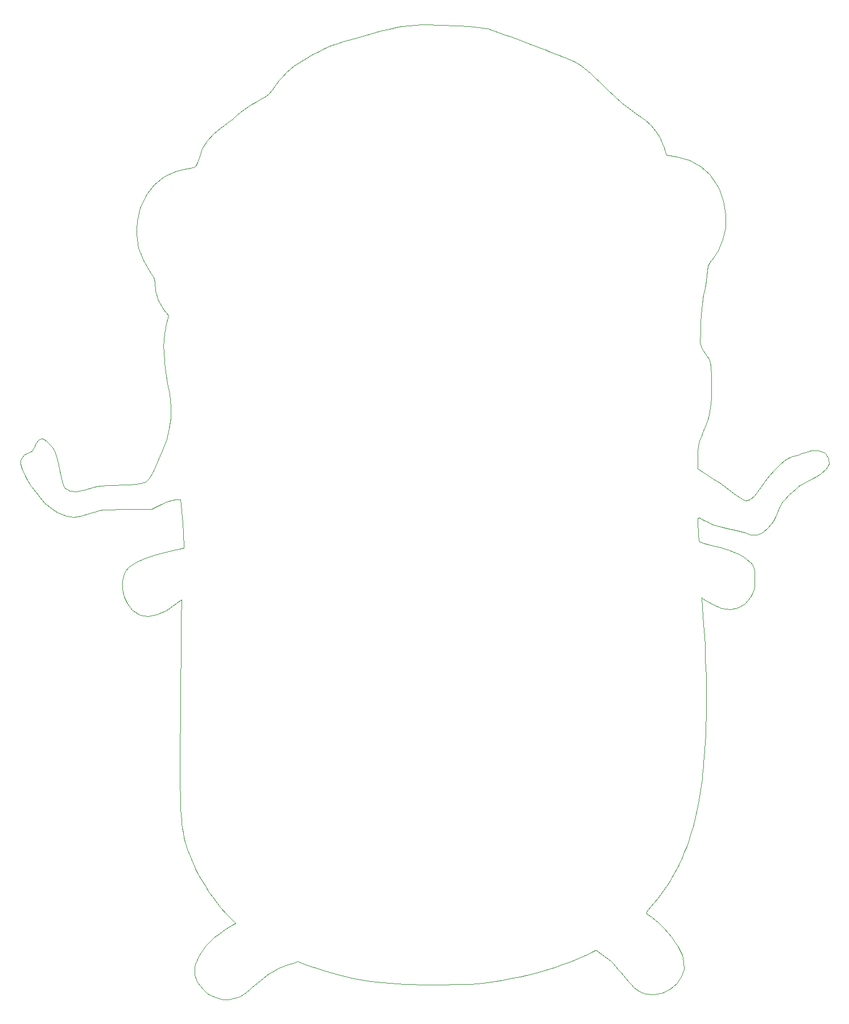
<source format=gbr>
G04 #@! TF.GenerationSoftware,KiCad,Pcbnew,(5.1.2)-1*
G04 #@! TF.CreationDate,2023-11-23T11:34:59+09:00*
G04 #@! TF.ProjectId,gopher_goldpilot_xiao_v2,676f7068-6572-45f6-976f-6c6470696c6f,rev?*
G04 #@! TF.SameCoordinates,Original*
G04 #@! TF.FileFunction,Profile,NP*
%FSLAX46Y46*%
G04 Gerber Fmt 4.6, Leading zero omitted, Abs format (unit mm)*
G04 Created by KiCad (PCBNEW (5.1.2)-1) date 2023-11-23 11:34:59*
%MOMM*%
%LPD*%
G04 APERTURE LIST*
%ADD10C,0.050000*%
G04 APERTURE END LIST*
D10*
X157340000Y-124030000D02*
X157400000Y-124050000D01*
X157560000Y-124170000D02*
X157400000Y-124050000D01*
X157900000Y-124420000D02*
X157560000Y-124170000D01*
X158250000Y-124650000D02*
X157900000Y-124420000D01*
X158950000Y-125090000D02*
X158250000Y-124650000D01*
X160310000Y-125650000D02*
X158950000Y-125090000D01*
X161590000Y-125820000D02*
X160310000Y-125650000D01*
X162750000Y-125580000D02*
X161590000Y-125820000D01*
X162810000Y-125550000D02*
X162750000Y-125580000D01*
X163780000Y-124950000D02*
X162810000Y-125550000D01*
X164630000Y-123920000D02*
X163780000Y-124950000D01*
X164880000Y-123470000D02*
X164630000Y-123920000D01*
X165130000Y-122860000D02*
X164880000Y-123470000D01*
X165240000Y-122220000D02*
X165130000Y-122860000D01*
X165240000Y-122110000D02*
X165240000Y-122220000D01*
X165260000Y-121320000D02*
X165240000Y-122110000D01*
X165260000Y-120730000D02*
X165260000Y-121320000D01*
X165200000Y-120020000D02*
X165260000Y-120730000D01*
X165030000Y-119460000D02*
X165200000Y-120020000D01*
X164710000Y-118910000D02*
X165030000Y-119460000D01*
X164660000Y-118850000D02*
X164710000Y-118910000D01*
X163920000Y-118190000D02*
X164660000Y-118850000D01*
X163610000Y-118010000D02*
X163920000Y-118190000D01*
X162770000Y-117540000D02*
X163610000Y-118010000D01*
X162720000Y-117520000D02*
X162770000Y-117540000D01*
X161250000Y-116950000D02*
X162720000Y-117520000D01*
X161170000Y-116920000D02*
X161250000Y-116950000D01*
X160120000Y-116620000D02*
X161170000Y-116920000D01*
X159390000Y-116410000D02*
X160120000Y-116620000D01*
X159010000Y-116310000D02*
X159390000Y-116410000D01*
X158350000Y-116140000D02*
X159010000Y-116310000D01*
X157740000Y-115970000D02*
X158350000Y-116140000D01*
X157260000Y-115830000D02*
X157740000Y-115970000D01*
X157000000Y-115720000D02*
X157260000Y-115830000D01*
X156940000Y-115510000D02*
X157000000Y-115720000D01*
X156900000Y-115210000D02*
X156940000Y-115510000D01*
X156870000Y-115000000D02*
X156900000Y-115210000D01*
X156860000Y-114780000D02*
X156870000Y-115000000D01*
X156820000Y-114270000D02*
X156860000Y-114780000D01*
X156810000Y-114040000D02*
X156820000Y-114270000D01*
X156780000Y-113360000D02*
X156810000Y-114040000D01*
X156780000Y-112770000D02*
X156780000Y-113360000D01*
X156800000Y-112320000D02*
X156780000Y-112770000D01*
X156850000Y-112140000D02*
X156800000Y-112320000D01*
X157030000Y-112210000D02*
X156850000Y-112140000D01*
X157170000Y-112280000D02*
X157030000Y-112210000D01*
X157450000Y-112410000D02*
X157170000Y-112280000D01*
X157810000Y-112590000D02*
X157450000Y-112410000D01*
X158180000Y-112780000D02*
X157810000Y-112590000D01*
X159000000Y-113160000D02*
X158180000Y-112780000D01*
X160240000Y-113560000D02*
X159000000Y-113160000D01*
X161600000Y-113880000D02*
X160240000Y-113560000D01*
X162130000Y-113990000D02*
X161600000Y-113880000D01*
X163080000Y-114210000D02*
X162130000Y-113990000D01*
X163820000Y-114400000D02*
X163080000Y-114210000D01*
X164660000Y-114700000D02*
X163820000Y-114400000D01*
X165540000Y-114700000D02*
X164660000Y-114700000D01*
X166410000Y-114340000D02*
X165540000Y-114700000D01*
X167300000Y-113610000D02*
X166410000Y-114340000D01*
X168020000Y-112650000D02*
X167300000Y-113610000D01*
X168340000Y-111970000D02*
X168020000Y-112650000D01*
X168600000Y-111410000D02*
X168340000Y-111970000D01*
X168850000Y-110770000D02*
X168600000Y-111410000D01*
X169400000Y-109840000D02*
X168850000Y-110770000D01*
X169710000Y-109490000D02*
X169400000Y-109840000D01*
X170330000Y-108820000D02*
X169710000Y-109490000D01*
X170860000Y-108330000D02*
X170330000Y-108820000D01*
X171400000Y-107830000D02*
X170860000Y-108330000D01*
X171700000Y-107580000D02*
X171400000Y-107830000D01*
X172130000Y-107290000D02*
X171700000Y-107580000D01*
X172370000Y-107150000D02*
X172130000Y-107290000D01*
X172770000Y-106930000D02*
X172370000Y-107150000D01*
X173210000Y-106710000D02*
X172770000Y-106930000D01*
X173600000Y-106500000D02*
X173210000Y-106710000D01*
X173880000Y-106380000D02*
X173600000Y-106500000D01*
X174410000Y-106050000D02*
X173880000Y-106380000D01*
X175060000Y-105660000D02*
X174410000Y-106050000D01*
X175890000Y-104890000D02*
X175060000Y-105660000D01*
X176220000Y-104270000D02*
X175890000Y-104890000D01*
X176290000Y-104140000D02*
X176220000Y-104270000D01*
X176290000Y-104110000D02*
X176290000Y-104140000D01*
X176270000Y-103420000D02*
X176290000Y-104110000D01*
X176250000Y-103380000D02*
X176270000Y-103420000D01*
X175810000Y-102690000D02*
X176250000Y-103380000D01*
X175560000Y-102470000D02*
X175810000Y-102690000D01*
X175520000Y-102450000D02*
X175560000Y-102470000D01*
X175190000Y-102330000D02*
X175520000Y-102450000D01*
X174730000Y-102170000D02*
X175190000Y-102330000D01*
X174680000Y-102160000D02*
X174730000Y-102170000D01*
X173620000Y-102210000D02*
X174680000Y-102160000D01*
X173420000Y-102270000D02*
X173620000Y-102210000D01*
X172270000Y-102610000D02*
X173420000Y-102270000D01*
X171640000Y-102830000D02*
X172270000Y-102610000D01*
X170940000Y-103060000D02*
X171640000Y-102830000D01*
X170500000Y-103180000D02*
X170940000Y-103060000D01*
X170310000Y-103260000D02*
X170500000Y-103180000D01*
X169750000Y-103620000D02*
X170310000Y-103260000D01*
X169070000Y-104220000D02*
X169750000Y-103620000D01*
X168800000Y-104470000D02*
X169070000Y-104220000D01*
X168120000Y-105160000D02*
X168800000Y-104470000D01*
X167430000Y-105920000D02*
X168120000Y-105160000D01*
X166740000Y-106770000D02*
X167430000Y-105920000D01*
X166560000Y-107040000D02*
X166740000Y-106770000D01*
X166170000Y-107580000D02*
X166560000Y-107040000D01*
X165940000Y-107930000D02*
X166170000Y-107580000D01*
X165200000Y-108900000D02*
X165940000Y-107930000D01*
X164530000Y-109460000D02*
X165200000Y-108900000D01*
X163900000Y-109650000D02*
X164530000Y-109460000D01*
X163610000Y-109550000D02*
X163900000Y-109650000D01*
X163080000Y-109230000D02*
X163610000Y-109550000D01*
X162450000Y-108770000D02*
X163080000Y-109230000D01*
X161770000Y-108250000D02*
X162450000Y-108770000D01*
X161460000Y-108010000D02*
X161770000Y-108250000D01*
X161000000Y-107660000D02*
X161460000Y-108010000D01*
X160650000Y-107400000D02*
X161000000Y-107660000D01*
X159950000Y-106960000D02*
X160650000Y-107400000D01*
X159230000Y-106470000D02*
X159950000Y-106960000D01*
X157730000Y-105510000D02*
X159230000Y-106470000D01*
X156770000Y-104930000D02*
X157730000Y-105510000D01*
X156770000Y-104000000D02*
X156770000Y-104930000D01*
X156770000Y-102960000D02*
X156770000Y-104000000D01*
X156780000Y-102360000D02*
X156770000Y-102960000D01*
X156840000Y-101520000D02*
X156780000Y-102360000D01*
X156990000Y-100790000D02*
X156840000Y-101520000D01*
X157320000Y-99970000D02*
X156990000Y-100790000D01*
X157470000Y-99630000D02*
X157320000Y-99970000D01*
X157860000Y-98670000D02*
X157470000Y-99630000D01*
X158060000Y-98190000D02*
X157860000Y-98670000D01*
X158190000Y-97790000D02*
X158060000Y-98190000D01*
X158450000Y-96920000D02*
X158190000Y-97790000D01*
X158660000Y-95770000D02*
X158450000Y-96920000D01*
X158710000Y-95190000D02*
X158660000Y-95770000D01*
X158780000Y-94420000D02*
X158710000Y-95190000D01*
X158790000Y-93870000D02*
X158780000Y-94420000D01*
X158810000Y-92570000D02*
X158790000Y-93870000D01*
X158800000Y-91660000D02*
X158810000Y-92570000D01*
X158790000Y-90810000D02*
X158800000Y-91660000D01*
X158730000Y-89820000D02*
X158790000Y-90810000D01*
X158710000Y-89700000D02*
X158730000Y-89820000D01*
X158610000Y-89120000D02*
X158710000Y-89700000D01*
X158430000Y-88590000D02*
X158610000Y-89120000D01*
X158150000Y-88110000D02*
X158430000Y-88590000D01*
X157790000Y-87660000D02*
X158150000Y-88110000D01*
X157670000Y-87480000D02*
X157790000Y-87660000D01*
X157320000Y-86990000D02*
X157670000Y-87480000D01*
X157110000Y-86200000D02*
X157320000Y-86990000D01*
X157160000Y-84540000D02*
X157110000Y-86200000D01*
X157190000Y-83930000D02*
X157160000Y-84540000D01*
X157230000Y-83190000D02*
X157190000Y-83930000D01*
X157310000Y-81980000D02*
X157230000Y-83190000D01*
X157380000Y-81170000D02*
X157310000Y-81980000D01*
X157470000Y-80330000D02*
X157380000Y-81170000D01*
X157540000Y-79680000D02*
X157470000Y-80330000D01*
X157640000Y-78970000D02*
X157540000Y-79680000D01*
X157750000Y-78460000D02*
X157640000Y-78970000D01*
X157890000Y-77920000D02*
X157750000Y-78460000D01*
X157950000Y-77580000D02*
X157890000Y-77920000D01*
X158060000Y-76890000D02*
X157950000Y-77580000D01*
X158130000Y-76140000D02*
X158060000Y-76890000D01*
X158170000Y-75410000D02*
X158130000Y-76140000D01*
X158290000Y-74780000D02*
X158170000Y-75410000D01*
X158510000Y-74290000D02*
X158290000Y-74780000D01*
X159120000Y-73460000D02*
X158510000Y-74290000D01*
X159800000Y-72500000D02*
X159120000Y-73460000D01*
X160170000Y-71600000D02*
X159800000Y-72500000D01*
X160510000Y-70800000D02*
X160170000Y-71600000D01*
X160890000Y-68970000D02*
X160510000Y-70800000D01*
X160900000Y-68380000D02*
X160890000Y-68970000D01*
X160920000Y-67760000D02*
X160900000Y-68380000D01*
X160930000Y-67060000D02*
X160920000Y-67760000D01*
X160610000Y-65120000D02*
X160930000Y-67060000D01*
X159970000Y-63320000D02*
X160610000Y-65120000D01*
X159660000Y-62730000D02*
X159970000Y-63320000D01*
X158550000Y-61160000D02*
X159660000Y-62730000D01*
X157170000Y-59940000D02*
X158550000Y-61160000D01*
X155490000Y-59050000D02*
X157170000Y-59940000D01*
X153600000Y-58520000D02*
X155490000Y-59050000D01*
X152140000Y-58270000D02*
X153600000Y-58520000D01*
X151840000Y-57450000D02*
X152140000Y-58270000D01*
X151750000Y-57180000D02*
X151840000Y-57450000D01*
X151500000Y-56530000D02*
X151750000Y-57180000D01*
X151100000Y-55580000D02*
X151500000Y-56530000D01*
X150540000Y-54670000D02*
X151100000Y-55580000D01*
X149810000Y-53830000D02*
X150540000Y-54670000D01*
X148860000Y-53030000D02*
X149810000Y-53830000D01*
X148360000Y-52670000D02*
X148860000Y-53030000D01*
X147570000Y-52100000D02*
X148360000Y-52670000D01*
X147180000Y-51810000D02*
X147570000Y-52100000D01*
X146520000Y-51320000D02*
X147180000Y-51810000D01*
X145530000Y-50510000D02*
X146520000Y-51320000D01*
X145260000Y-50280000D02*
X145530000Y-50510000D01*
X144700000Y-49790000D02*
X145260000Y-50280000D01*
X144200000Y-49330000D02*
X144700000Y-49790000D01*
X143470000Y-48640000D02*
X144200000Y-49330000D01*
X142960000Y-48160000D02*
X143470000Y-48640000D01*
X142440000Y-47640000D02*
X142960000Y-48160000D01*
X142170000Y-47400000D02*
X142440000Y-47640000D01*
X141550000Y-46790000D02*
X142170000Y-47400000D01*
X140840000Y-46140000D02*
X141550000Y-46790000D01*
X140330000Y-45700000D02*
X140840000Y-46140000D01*
X139850000Y-45290000D02*
X140330000Y-45700000D01*
X139190000Y-44820000D02*
X139850000Y-45290000D01*
X138550000Y-44430000D02*
X139190000Y-44820000D01*
X138260000Y-44290000D02*
X138550000Y-44430000D01*
X137070000Y-43800000D02*
X138260000Y-44290000D01*
X136570000Y-43600000D02*
X137070000Y-43800000D01*
X136210000Y-43460000D02*
X136570000Y-43600000D01*
X135670000Y-43240000D02*
X136210000Y-43460000D01*
X134770000Y-42890000D02*
X135670000Y-43240000D01*
X134040000Y-42610000D02*
X134770000Y-42890000D01*
X133280000Y-42310000D02*
X134040000Y-42610000D01*
X132500000Y-42010000D02*
X133280000Y-42310000D01*
X132180000Y-41890000D02*
X132500000Y-42010000D01*
X131540000Y-41650000D02*
X132180000Y-41890000D01*
X130650000Y-41310000D02*
X131540000Y-41650000D01*
X129820000Y-41000000D02*
X130650000Y-41310000D01*
X128900000Y-40660000D02*
X129820000Y-41000000D01*
X128060000Y-40350000D02*
X128900000Y-40660000D01*
X125540000Y-39480000D02*
X128060000Y-40350000D01*
X125430000Y-39450000D02*
X125540000Y-39480000D01*
X124760000Y-39350000D02*
X125430000Y-39450000D01*
X123520000Y-39220000D02*
X124760000Y-39350000D01*
X122630000Y-39150000D02*
X123520000Y-39220000D01*
X121290000Y-39070000D02*
X122630000Y-39150000D01*
X120560000Y-39030000D02*
X121290000Y-39070000D01*
X118880000Y-38950000D02*
X120560000Y-39030000D01*
X117890000Y-38920000D02*
X118880000Y-38950000D01*
X117070000Y-38890000D02*
X117890000Y-38920000D01*
X115990000Y-38890000D02*
X117070000Y-38890000D01*
X115620000Y-38890000D02*
X115990000Y-38890000D01*
X114860000Y-38910000D02*
X115620000Y-38890000D01*
X113740000Y-39000000D02*
X114860000Y-38910000D01*
X112770000Y-39130000D02*
X113740000Y-39000000D01*
X112200000Y-39230000D02*
X112770000Y-39130000D01*
X110900000Y-39510000D02*
X112200000Y-39230000D01*
X109580000Y-39830000D02*
X110900000Y-39510000D01*
X107350000Y-40430000D02*
X109580000Y-39830000D01*
X106130000Y-40770000D02*
X107350000Y-40430000D01*
X105200000Y-41030000D02*
X106130000Y-40770000D01*
X103950000Y-41400000D02*
X105200000Y-41030000D01*
X103280000Y-41620000D02*
X103950000Y-41400000D01*
X102970000Y-41720000D02*
X103280000Y-41620000D01*
X102140000Y-42030000D02*
X102970000Y-41720000D01*
X101250000Y-42410000D02*
X102140000Y-42030000D01*
X100300000Y-42890000D02*
X101250000Y-42410000D01*
X99390000Y-43370000D02*
X100300000Y-42890000D01*
X98450000Y-43900000D02*
X99390000Y-43370000D01*
X98280000Y-44000000D02*
X98450000Y-43900000D01*
X97350000Y-44600000D02*
X98280000Y-44000000D01*
X96780000Y-44970000D02*
X97350000Y-44600000D01*
X95530000Y-46000000D02*
X96780000Y-44970000D01*
X94950000Y-46610000D02*
X95530000Y-46000000D01*
X94460000Y-47130000D02*
X94950000Y-46610000D01*
X93420000Y-48600000D02*
X94460000Y-47130000D01*
X92910000Y-49160000D02*
X93420000Y-48600000D01*
X92230000Y-49670000D02*
X92910000Y-49160000D01*
X91840000Y-49900000D02*
X92230000Y-49670000D01*
X91040000Y-50350000D02*
X91840000Y-49900000D01*
X90420000Y-50720000D02*
X91040000Y-50350000D01*
X89860000Y-51070000D02*
X90420000Y-50720000D01*
X88690000Y-51940000D02*
X89860000Y-51070000D01*
X88200000Y-52350000D02*
X88690000Y-51940000D01*
X87590000Y-52880000D02*
X88200000Y-52350000D01*
X86860000Y-53440000D02*
X87590000Y-52880000D01*
X86350000Y-53830000D02*
X86860000Y-53440000D01*
X85770000Y-54260000D02*
X86350000Y-53830000D01*
X85280000Y-54640000D02*
X85770000Y-54260000D01*
X84680000Y-55120000D02*
X85280000Y-54640000D01*
X83770000Y-56140000D02*
X84680000Y-55120000D01*
X83060000Y-57340000D02*
X83770000Y-56140000D01*
X82660000Y-58420000D02*
X83060000Y-57340000D01*
X82340000Y-59320000D02*
X82660000Y-58420000D01*
X82100000Y-59840000D02*
X82340000Y-59320000D01*
X81920000Y-60060000D02*
X82100000Y-59840000D01*
X81330000Y-60180000D02*
X81920000Y-60060000D01*
X80340000Y-60380000D02*
X81330000Y-60180000D01*
X79060000Y-60720000D02*
X80340000Y-60380000D01*
X77360000Y-61500000D02*
X79060000Y-60720000D01*
X75920000Y-62640000D02*
X77360000Y-61500000D01*
X74880000Y-63940000D02*
X75920000Y-62640000D01*
X74710000Y-64200000D02*
X74880000Y-63940000D01*
X73830000Y-66080000D02*
X74710000Y-64200000D01*
X73340000Y-68090000D02*
X73830000Y-66080000D01*
X73300000Y-69170000D02*
X73340000Y-68090000D01*
X73260000Y-70070000D02*
X73300000Y-69170000D01*
X73570000Y-72070000D02*
X73260000Y-70070000D01*
X74280000Y-73950000D02*
X73570000Y-72070000D01*
X74640000Y-74540000D02*
X74280000Y-73950000D01*
X75080000Y-75240000D02*
X74640000Y-74540000D01*
X75520000Y-75970000D02*
X75080000Y-75240000D01*
X75810000Y-76460000D02*
X75520000Y-75970000D01*
X75990000Y-77170000D02*
X75810000Y-76460000D01*
X76110000Y-78460000D02*
X75990000Y-77170000D01*
X76540000Y-79880000D02*
X76110000Y-78460000D01*
X77240000Y-81170000D02*
X76540000Y-79880000D01*
X77990000Y-82150000D02*
X77240000Y-81170000D01*
X77630000Y-83630000D02*
X77990000Y-82150000D01*
X77570000Y-83940000D02*
X77630000Y-83630000D01*
X77420000Y-84760000D02*
X77570000Y-83940000D01*
X77360000Y-85710000D02*
X77420000Y-84760000D01*
X77300000Y-86810000D02*
X77360000Y-85710000D01*
X77330000Y-87360000D02*
X77300000Y-86810000D01*
X77420000Y-89120000D02*
X77330000Y-87360000D01*
X77620000Y-90490000D02*
X77420000Y-89120000D01*
X77880000Y-92180000D02*
X77620000Y-90490000D01*
X78160000Y-93840000D02*
X77880000Y-92180000D01*
X78330000Y-95680000D02*
X78160000Y-93840000D01*
X78340000Y-97340000D02*
X78330000Y-95680000D01*
X78150000Y-98880000D02*
X78340000Y-97340000D01*
X77750000Y-100480000D02*
X78150000Y-98880000D01*
X77610000Y-100880000D02*
X77750000Y-100480000D01*
X77120000Y-102210000D02*
X77610000Y-100880000D01*
X76790000Y-102970000D02*
X77120000Y-102210000D01*
X76360000Y-103960000D02*
X76790000Y-102970000D01*
X75820000Y-105140000D02*
X76360000Y-103960000D01*
X75420000Y-105930000D02*
X75820000Y-105140000D01*
X75050000Y-106460000D02*
X75420000Y-105930000D01*
X74620000Y-106820000D02*
X75050000Y-106460000D01*
X74030000Y-107040000D02*
X74620000Y-106820000D01*
X73230000Y-107170000D02*
X74030000Y-107040000D01*
X73030000Y-107180000D02*
X73230000Y-107170000D01*
X72140000Y-107230000D02*
X73030000Y-107180000D01*
X71380000Y-107250000D02*
X72140000Y-107230000D01*
X69890000Y-107320000D02*
X71380000Y-107250000D01*
X69260000Y-107350000D02*
X69890000Y-107320000D01*
X68960000Y-107370000D02*
X69260000Y-107350000D01*
X67920000Y-107480000D02*
X68960000Y-107370000D01*
X66960000Y-107650000D02*
X67920000Y-107480000D01*
X65610000Y-108020000D02*
X66960000Y-107650000D01*
X64350000Y-108250000D02*
X65610000Y-108020000D01*
X63380000Y-108180000D02*
X64350000Y-108250000D01*
X62610000Y-107820000D02*
X63380000Y-108180000D01*
X62410000Y-107530000D02*
X62610000Y-107820000D01*
X62170000Y-106770000D02*
X62410000Y-107530000D01*
X62000000Y-105990000D02*
X62170000Y-106770000D01*
X61770000Y-104790000D02*
X62000000Y-105990000D01*
X61680000Y-104360000D02*
X61770000Y-104790000D01*
X61430000Y-103300000D02*
X61680000Y-104360000D01*
X61080000Y-102310000D02*
X61430000Y-103300000D01*
X60690000Y-101610000D02*
X61080000Y-102310000D01*
X60200000Y-101060000D02*
X60690000Y-101610000D01*
X59940000Y-100840000D02*
X60200000Y-101060000D01*
X59480000Y-100510000D02*
X59940000Y-100840000D01*
X59160000Y-100370000D02*
X59480000Y-100510000D01*
X59120000Y-100370000D02*
X59160000Y-100370000D01*
X58690000Y-100590000D02*
X59120000Y-100370000D01*
X58280000Y-101090000D02*
X58690000Y-100590000D01*
X58020000Y-101730000D02*
X58280000Y-101090000D01*
X57910000Y-101940000D02*
X58020000Y-101730000D01*
X57790000Y-102190000D02*
X57910000Y-101940000D01*
X57690000Y-102240000D02*
X57790000Y-102190000D01*
X56640000Y-102810000D02*
X57690000Y-102240000D01*
X56200000Y-103310000D02*
X56640000Y-102810000D01*
X56030000Y-103690000D02*
X56200000Y-103310000D01*
X56000000Y-104150000D02*
X56030000Y-103690000D01*
X56190000Y-104800000D02*
X56000000Y-104150000D01*
X56780000Y-106120000D02*
X56190000Y-104800000D01*
X56970000Y-106450000D02*
X56780000Y-106120000D01*
X57580000Y-107460000D02*
X56970000Y-106450000D01*
X57710000Y-107650000D02*
X57580000Y-107460000D01*
X57940000Y-107960000D02*
X57710000Y-107650000D01*
X58600000Y-108830000D02*
X57940000Y-107960000D01*
X58870000Y-109140000D02*
X58600000Y-108830000D01*
X59600000Y-109960000D02*
X58870000Y-109140000D01*
X60630000Y-110860000D02*
X59600000Y-109960000D01*
X61520000Y-111420000D02*
X60630000Y-110860000D01*
X61780000Y-111540000D02*
X61520000Y-111420000D01*
X62890000Y-111930000D02*
X61780000Y-111540000D01*
X63970000Y-112070000D02*
X62890000Y-111930000D01*
X64980000Y-111950000D02*
X63970000Y-112070000D01*
X66340000Y-111520000D02*
X64980000Y-111950000D01*
X67240000Y-111230000D02*
X66340000Y-111520000D01*
X67820000Y-111100000D02*
X67240000Y-111230000D01*
X68270000Y-111030000D02*
X67820000Y-111100000D01*
X69250000Y-110960000D02*
X68270000Y-111030000D01*
X71010000Y-110940000D02*
X69250000Y-110960000D01*
X72590000Y-110930000D02*
X71010000Y-110940000D01*
X74420000Y-110930000D02*
X72590000Y-110930000D01*
X75470000Y-110930000D02*
X74420000Y-110930000D01*
X77030000Y-110150000D02*
X75470000Y-110930000D01*
X77780000Y-109840000D02*
X77030000Y-110150000D01*
X78600000Y-109580000D02*
X77780000Y-109840000D01*
X79140000Y-109470000D02*
X78600000Y-109580000D01*
X79830000Y-109480000D02*
X79140000Y-109470000D01*
X79890000Y-110160000D02*
X79830000Y-109480000D01*
X79980000Y-111240000D02*
X79890000Y-110160000D01*
X80040000Y-112070000D02*
X79980000Y-111240000D01*
X80110000Y-113050000D02*
X80040000Y-112070000D01*
X80190000Y-114340000D02*
X80110000Y-113050000D01*
X80330000Y-116680000D02*
X80190000Y-114340000D01*
X79660000Y-116810000D02*
X80330000Y-116680000D01*
X78670000Y-117010000D02*
X79660000Y-116810000D01*
X77750000Y-117240000D02*
X78670000Y-117010000D01*
X76350000Y-117590000D02*
X77750000Y-117240000D01*
X74580000Y-118170000D02*
X76350000Y-117590000D01*
X73160000Y-118810000D02*
X74580000Y-118170000D01*
X72200000Y-119450000D02*
X73160000Y-118810000D01*
X72030000Y-119610000D02*
X72200000Y-119450000D01*
X71710000Y-120080000D02*
X72030000Y-119610000D01*
X71440000Y-120500000D02*
X71710000Y-120080000D01*
X71160000Y-121560000D02*
X71440000Y-120500000D01*
X71140000Y-122080000D02*
X71160000Y-121560000D01*
X71150000Y-122740000D02*
X71140000Y-122080000D01*
X71400000Y-123910000D02*
X71150000Y-122740000D01*
X71900000Y-124990000D02*
X71400000Y-123910000D01*
X72640000Y-125910000D02*
X71900000Y-124990000D01*
X73790000Y-126620000D02*
X72640000Y-125910000D01*
X74980000Y-126820000D02*
X73790000Y-126620000D01*
X76280000Y-126600000D02*
X74980000Y-126820000D01*
X77730000Y-125950000D02*
X76280000Y-126600000D01*
X79210000Y-124900000D02*
X77730000Y-125950000D01*
X79810000Y-124430000D02*
X79210000Y-124900000D01*
X79960000Y-124370000D02*
X79810000Y-124430000D01*
X79950000Y-125250000D02*
X79960000Y-124370000D01*
X79930000Y-126610000D02*
X79950000Y-125250000D01*
X79930000Y-127520000D02*
X79930000Y-126610000D01*
X79920000Y-129570000D02*
X79930000Y-127520000D01*
X79880000Y-132900000D02*
X79920000Y-129570000D01*
X79840000Y-136280000D02*
X79880000Y-132900000D01*
X79800000Y-142010000D02*
X79840000Y-136280000D01*
X79780000Y-143650000D02*
X79800000Y-142010000D01*
X79760000Y-144800000D02*
X79780000Y-143650000D01*
X79760000Y-145830000D02*
X79760000Y-144800000D01*
X79760000Y-147800000D02*
X79760000Y-145830000D01*
X79740000Y-149460000D02*
X79760000Y-147800000D01*
X79740000Y-150380000D02*
X79740000Y-149460000D01*
X79750000Y-151900000D02*
X79740000Y-150380000D01*
X79750000Y-152340000D02*
X79750000Y-151900000D01*
X79770000Y-153140000D02*
X79750000Y-152340000D01*
X79790000Y-154280000D02*
X79770000Y-153140000D01*
X79830000Y-155430000D02*
X79790000Y-154280000D01*
X79880000Y-156300000D02*
X79830000Y-155430000D01*
X79950000Y-157080000D02*
X79880000Y-156300000D01*
X79990000Y-157500000D02*
X79950000Y-157080000D01*
X80090000Y-158350000D02*
X79990000Y-157500000D01*
X80200000Y-158990000D02*
X80090000Y-158350000D01*
X80340000Y-159680000D02*
X80200000Y-158990000D01*
X80500000Y-160380000D02*
X80340000Y-159680000D01*
X80820000Y-161450000D02*
X80500000Y-160380000D01*
X81230000Y-162500000D02*
X80820000Y-161450000D01*
X81630000Y-163510000D02*
X81230000Y-162500000D01*
X81900000Y-164050000D02*
X81630000Y-163510000D01*
X82030000Y-164310000D02*
X81900000Y-164050000D01*
X82370000Y-164980000D02*
X82030000Y-164310000D01*
X82610000Y-165460000D02*
X82370000Y-164980000D01*
X82800000Y-165810000D02*
X82610000Y-165460000D01*
X83320000Y-166650000D02*
X82800000Y-165810000D01*
X83760000Y-167370000D02*
X83320000Y-166650000D01*
X84150000Y-167970000D02*
X83760000Y-167370000D01*
X84590000Y-168580000D02*
X84150000Y-167970000D01*
X85060000Y-169200000D02*
X84590000Y-168580000D01*
X85550000Y-169860000D02*
X85060000Y-169200000D01*
X85740000Y-170060000D02*
X85550000Y-169860000D01*
X86700000Y-171120000D02*
X85740000Y-170060000D01*
X86990000Y-171460000D02*
X86700000Y-171120000D01*
X88020000Y-172480000D02*
X86990000Y-171460000D01*
X87720000Y-172650000D02*
X88020000Y-172480000D01*
X87090000Y-173010000D02*
X87720000Y-172650000D01*
X86400000Y-173410000D02*
X87090000Y-173010000D01*
X85630000Y-173970000D02*
X86400000Y-173410000D01*
X84840000Y-174560000D02*
X85630000Y-173970000D01*
X84110000Y-175260000D02*
X84840000Y-174560000D01*
X83550000Y-175840000D02*
X84110000Y-175260000D01*
X82820000Y-176840000D02*
X83550000Y-175840000D01*
X82600000Y-177180000D02*
X82820000Y-176840000D01*
X82010000Y-178520000D02*
X82600000Y-177180000D01*
X81900000Y-178980000D02*
X82010000Y-178520000D01*
X81920000Y-180170000D02*
X81900000Y-178980000D01*
X82350000Y-181270000D02*
X81920000Y-180170000D01*
X83160000Y-182310000D02*
X82350000Y-181270000D01*
X83910000Y-182920000D02*
X83160000Y-182310000D01*
X84780000Y-183400000D02*
X83910000Y-182920000D01*
X86040000Y-183800000D02*
X84780000Y-183400000D01*
X86880000Y-183790000D02*
X86040000Y-183800000D01*
X87720000Y-183660000D02*
X86880000Y-183790000D01*
X88650000Y-183350000D02*
X87720000Y-183660000D01*
X89250000Y-182960000D02*
X88650000Y-183350000D01*
X90020000Y-182370000D02*
X89250000Y-182960000D01*
X90510000Y-181950000D02*
X90020000Y-182370000D01*
X91620000Y-180980000D02*
X90510000Y-181950000D01*
X92180000Y-180560000D02*
X91620000Y-180980000D01*
X93050000Y-179910000D02*
X92180000Y-180560000D01*
X93250000Y-179800000D02*
X93050000Y-179910000D01*
X94380000Y-179170000D02*
X93250000Y-179800000D01*
X94830000Y-178990000D02*
X94380000Y-179170000D01*
X95760000Y-178630000D02*
X94830000Y-178990000D01*
X96820000Y-178300000D02*
X95760000Y-178630000D01*
X97240000Y-178170000D02*
X96820000Y-178300000D01*
X98550000Y-178620000D02*
X97240000Y-178170000D01*
X100920000Y-179420000D02*
X98550000Y-178620000D01*
X102020000Y-179750000D02*
X100920000Y-179420000D01*
X103850000Y-180270000D02*
X102020000Y-179750000D01*
X105650000Y-180680000D02*
X103850000Y-180270000D01*
X107560000Y-181030000D02*
X105650000Y-180680000D01*
X108950000Y-181200000D02*
X107560000Y-181030000D01*
X109930000Y-181310000D02*
X108950000Y-181200000D01*
X110840000Y-181380000D02*
X109930000Y-181310000D01*
X112150000Y-181480000D02*
X110840000Y-181380000D01*
X113120000Y-181510000D02*
X112150000Y-181480000D01*
X114610000Y-181560000D02*
X113120000Y-181510000D01*
X115220000Y-181570000D02*
X114610000Y-181560000D01*
X116770000Y-181570000D02*
X115220000Y-181570000D01*
X118310000Y-181580000D02*
X116770000Y-181570000D01*
X119140000Y-181580000D02*
X118310000Y-181580000D01*
X120360000Y-181560000D02*
X119140000Y-181580000D01*
X121910000Y-181530000D02*
X120360000Y-181560000D01*
X122990000Y-181490000D02*
X121910000Y-181530000D01*
X123790000Y-181440000D02*
X122990000Y-181490000D01*
X124820000Y-181350000D02*
X123790000Y-181440000D01*
X125450000Y-181270000D02*
X124820000Y-181350000D01*
X126600000Y-181110000D02*
X125450000Y-181270000D01*
X127610000Y-180930000D02*
X126600000Y-181110000D01*
X129250000Y-180620000D02*
X127610000Y-180930000D01*
X130330000Y-180400000D02*
X129250000Y-180620000D01*
X131390000Y-180140000D02*
X130330000Y-180400000D01*
X132800000Y-179810000D02*
X131390000Y-180140000D01*
X133890000Y-179500000D02*
X132800000Y-179810000D01*
X135610000Y-178970000D02*
X133890000Y-179500000D01*
X136440000Y-178680000D02*
X135610000Y-178970000D01*
X137750000Y-178200000D02*
X136440000Y-178680000D01*
X138740000Y-177800000D02*
X137750000Y-178200000D01*
X139520000Y-177450000D02*
X138740000Y-177800000D01*
X140490000Y-177000000D02*
X139520000Y-177450000D01*
X140950000Y-176770000D02*
X140490000Y-177000000D01*
X141600000Y-176440000D02*
X140950000Y-176770000D01*
X142900000Y-177340000D02*
X141600000Y-176440000D01*
X143440000Y-177770000D02*
X142900000Y-177340000D01*
X143780000Y-178090000D02*
X143440000Y-177770000D01*
X144120000Y-178430000D02*
X143780000Y-178090000D01*
X144570000Y-178900000D02*
X144120000Y-178430000D01*
X144910000Y-179290000D02*
X144570000Y-178900000D01*
X145330000Y-179770000D02*
X144910000Y-179290000D01*
X145680000Y-180190000D02*
X145330000Y-179770000D01*
X146080000Y-180660000D02*
X145680000Y-180190000D01*
X146420000Y-181080000D02*
X146080000Y-180660000D01*
X146860000Y-181560000D02*
X146420000Y-181080000D01*
X147260000Y-181990000D02*
X146860000Y-181560000D01*
X148110000Y-182620000D02*
X147260000Y-181990000D01*
X149020000Y-182940000D02*
X148110000Y-182620000D01*
X150070000Y-183030000D02*
X149020000Y-182940000D01*
X150300000Y-183030000D02*
X150070000Y-183030000D01*
X151590000Y-182790000D02*
X150300000Y-183030000D01*
X152740000Y-182230000D02*
X151590000Y-182790000D01*
X153670000Y-181430000D02*
X152740000Y-182230000D01*
X154350000Y-180430000D02*
X153670000Y-181430000D01*
X154710000Y-179310000D02*
X154350000Y-180430000D01*
X154690000Y-178100000D02*
X154710000Y-179310000D01*
X154440000Y-177220000D02*
X154690000Y-178100000D01*
X153790000Y-175870000D02*
X154440000Y-177220000D01*
X153730000Y-175780000D02*
X153790000Y-175870000D01*
X152880000Y-174500000D02*
X153730000Y-175780000D01*
X152390000Y-173920000D02*
X152880000Y-174500000D01*
X151770000Y-173190000D02*
X152390000Y-173920000D01*
X151200000Y-172650000D02*
X151770000Y-173190000D01*
X150880000Y-172330000D02*
X151200000Y-172650000D01*
X150500000Y-172000000D02*
X150880000Y-172330000D01*
X149910000Y-171570000D02*
X150500000Y-172000000D01*
X149260000Y-171110000D02*
X149910000Y-171570000D01*
X149110000Y-170960000D02*
X149260000Y-171110000D01*
X149140000Y-170770000D02*
X149110000Y-170960000D01*
X149410000Y-170400000D02*
X149140000Y-170770000D01*
X149770000Y-170000000D02*
X149410000Y-170400000D01*
X150250000Y-169440000D02*
X149770000Y-170000000D01*
X150850000Y-168750000D02*
X150250000Y-169440000D01*
X152540000Y-166380000D02*
X150850000Y-168750000D01*
X153070000Y-165420000D02*
X152540000Y-166380000D01*
X153930000Y-163890000D02*
X153070000Y-165420000D01*
X154440000Y-162680000D02*
X153930000Y-163890000D01*
X154770000Y-161910000D02*
X154440000Y-162680000D01*
X155140000Y-161050000D02*
X154770000Y-161910000D01*
X155400000Y-160230000D02*
X155140000Y-161050000D01*
X155670000Y-159370000D02*
X155400000Y-160230000D01*
X156100000Y-158060000D02*
X155670000Y-159370000D01*
X156170000Y-157720000D02*
X156100000Y-158060000D01*
X156400000Y-156670000D02*
X156170000Y-157720000D01*
X156680000Y-155450000D02*
X156400000Y-156670000D01*
X156870000Y-154640000D02*
X156680000Y-155450000D01*
X157010000Y-153670000D02*
X156870000Y-154640000D01*
X157180000Y-152560000D02*
X157010000Y-153670000D01*
X157430000Y-150940000D02*
X157180000Y-152560000D01*
X157480000Y-150380000D02*
X157430000Y-150940000D01*
X157590000Y-149200000D02*
X157480000Y-150380000D01*
X157650000Y-148570000D02*
X157590000Y-149200000D01*
X157730000Y-147720000D02*
X157650000Y-148570000D01*
X157820000Y-146850000D02*
X157730000Y-147720000D01*
X157820000Y-146570000D02*
X157820000Y-146850000D01*
X157870000Y-145670000D02*
X157820000Y-146570000D01*
X157920000Y-144380000D02*
X157870000Y-145670000D01*
X157990000Y-143010000D02*
X157920000Y-144380000D01*
X158030000Y-141770000D02*
X157990000Y-143010000D01*
X158020000Y-140110000D02*
X158030000Y-141770000D01*
X158010000Y-137890000D02*
X158020000Y-140110000D01*
X158020000Y-136640000D02*
X158010000Y-137890000D01*
X158000000Y-135640000D02*
X158020000Y-136640000D01*
X157950000Y-134450000D02*
X158000000Y-135640000D01*
X157910000Y-133300000D02*
X157950000Y-134450000D01*
X157860000Y-132170000D02*
X157910000Y-133300000D01*
X157830000Y-131220000D02*
X157860000Y-132170000D01*
X157750000Y-129820000D02*
X157830000Y-131220000D01*
X157640000Y-127990000D02*
X157750000Y-129820000D01*
X157550000Y-126680000D02*
X157640000Y-127990000D01*
X157480000Y-125510000D02*
X157550000Y-126680000D01*
X157340000Y-124030000D02*
X157480000Y-125510000D01*
M02*

</source>
